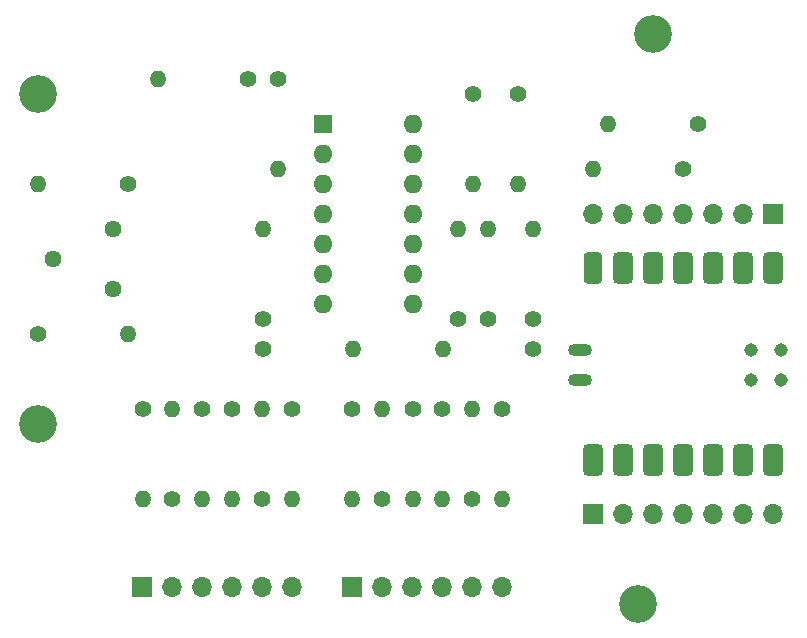
<source format=gbr>
%TF.GenerationSoftware,KiCad,Pcbnew,7.0.7*%
%TF.CreationDate,2024-05-13T13:27:10-04:00*%
%TF.ProjectId,diff-probe-x4-v2,64696666-2d70-4726-9f62-652d78342d76,rev?*%
%TF.SameCoordinates,Original*%
%TF.FileFunction,Soldermask,Top*%
%TF.FilePolarity,Negative*%
%FSLAX46Y46*%
G04 Gerber Fmt 4.6, Leading zero omitted, Abs format (unit mm)*
G04 Created by KiCad (PCBNEW 7.0.7) date 2024-05-13 13:27:10*
%MOMM*%
%LPD*%
G01*
G04 APERTURE LIST*
G04 Aperture macros list*
%AMRoundRect*
0 Rectangle with rounded corners*
0 $1 Rounding radius*
0 $2 $3 $4 $5 $6 $7 $8 $9 X,Y pos of 4 corners*
0 Add a 4 corners polygon primitive as box body*
4,1,4,$2,$3,$4,$5,$6,$7,$8,$9,$2,$3,0*
0 Add four circle primitives for the rounded corners*
1,1,$1+$1,$2,$3*
1,1,$1+$1,$4,$5*
1,1,$1+$1,$6,$7*
1,1,$1+$1,$8,$9*
0 Add four rect primitives between the rounded corners*
20,1,$1+$1,$2,$3,$4,$5,0*
20,1,$1+$1,$4,$5,$6,$7,0*
20,1,$1+$1,$6,$7,$8,$9,0*
20,1,$1+$1,$8,$9,$2,$3,0*%
G04 Aperture macros list end*
%ADD10C,1.400000*%
%ADD11O,1.400000X1.400000*%
%ADD12R,1.700000X1.700000*%
%ADD13O,1.700000X1.700000*%
%ADD14C,3.200000*%
%ADD15R,1.600000X1.600000*%
%ADD16O,1.600000X1.600000*%
%ADD17C,1.440000*%
%ADD18RoundRect,0.425000X-0.425000X0.925000X-0.425000X-0.925000X0.425000X-0.925000X0.425000X0.925000X0*%
%ADD19RoundRect,0.400000X-0.400000X0.950000X-0.400000X-0.950000X0.400000X-0.950000X0.400000X0.950000X0*%
%ADD20O,2.032000X1.016000*%
%ADD21C,1.143000*%
G04 APERTURE END LIST*
D10*
%TO.C,R16*%
X139310000Y-88570000D03*
D11*
X139310000Y-80950000D03*
%TD*%
D10*
%TO.C,R14*%
X121530000Y-88570000D03*
D11*
X121530000Y-80950000D03*
%TD*%
D10*
%TO.C,R25*%
X121590000Y-75870000D03*
D11*
X129210000Y-75870000D03*
%TD*%
D10*
%TO.C,R6*%
X134290000Y-80950000D03*
D11*
X134290000Y-88570000D03*
%TD*%
D10*
%TO.C,R21*%
X144450000Y-75870000D03*
D11*
X136830000Y-75870000D03*
%TD*%
D12*
%TO.C,J1*%
X111370000Y-96070000D03*
D13*
X113910000Y-96070000D03*
X116450000Y-96070000D03*
X118990000Y-96070000D03*
X121530000Y-96070000D03*
X124070000Y-96070000D03*
%TD*%
D10*
%TO.C,R23*%
X143180000Y-54280000D03*
D11*
X143180000Y-61900000D03*
%TD*%
D10*
%TO.C,R18*%
X102540000Y-74600000D03*
D11*
X110160000Y-74600000D03*
%TD*%
D14*
%TO.C,MH1*%
X153340000Y-97460000D03*
%TD*%
D10*
%TO.C,R7*%
X136770000Y-80950000D03*
D11*
X136770000Y-88570000D03*
%TD*%
D10*
%TO.C,R8*%
X141850000Y-80950000D03*
D11*
X141850000Y-88570000D03*
%TD*%
D10*
%TO.C,R5*%
X129150000Y-80950000D03*
D11*
X129150000Y-88570000D03*
%TD*%
D10*
%TO.C,R26*%
X120320000Y-53010000D03*
D11*
X112700000Y-53010000D03*
%TD*%
D10*
%TO.C,R11*%
X138100000Y-73330000D03*
D11*
X138100000Y-65710000D03*
%TD*%
D10*
%TO.C,R4*%
X124070000Y-80950000D03*
D11*
X124070000Y-88570000D03*
%TD*%
D10*
%TO.C,R2*%
X116450000Y-80950000D03*
D11*
X116450000Y-88570000D03*
%TD*%
D10*
%TO.C,R1*%
X111430000Y-80950000D03*
D11*
X111430000Y-88570000D03*
%TD*%
D12*
%TO.C,J2*%
X129150000Y-96070000D03*
D13*
X131690000Y-96070000D03*
X134230000Y-96070000D03*
X136770000Y-96070000D03*
X139310000Y-96070000D03*
X141850000Y-96070000D03*
%TD*%
D12*
%TO.C,J5*%
X164770000Y-64440000D03*
D13*
X162230000Y-64440000D03*
X159690000Y-64440000D03*
X157150000Y-64440000D03*
X154610000Y-64440000D03*
X152070000Y-64440000D03*
X149530000Y-64440000D03*
%TD*%
D10*
%TO.C,R19*%
X158420000Y-56820000D03*
D11*
X150800000Y-56820000D03*
%TD*%
D10*
%TO.C,R20*%
X157150000Y-60630000D03*
D11*
X149530000Y-60630000D03*
%TD*%
D10*
%TO.C,R12*%
X139370000Y-54280000D03*
D11*
X139370000Y-61900000D03*
%TD*%
D14*
%TO.C,MH2*%
X154610000Y-49200000D03*
%TD*%
D10*
%TO.C,R15*%
X131690000Y-88570000D03*
D11*
X131690000Y-80950000D03*
%TD*%
D14*
%TO.C,MH3*%
X102540000Y-82220000D03*
%TD*%
D10*
%TO.C,R17*%
X110160000Y-61900000D03*
D11*
X102540000Y-61900000D03*
%TD*%
D10*
%TO.C,R3*%
X118990000Y-80950000D03*
D11*
X118990000Y-88570000D03*
%TD*%
D10*
%TO.C,R10*%
X121590000Y-73330000D03*
D11*
X121590000Y-65710000D03*
%TD*%
D10*
%TO.C,R9*%
X122860000Y-53010000D03*
D11*
X122860000Y-60630000D03*
%TD*%
D15*
%TO.C,U1*%
X126670000Y-56820000D03*
D16*
X126670000Y-59360000D03*
X126670000Y-61900000D03*
X126670000Y-64440000D03*
X126670000Y-66980000D03*
X126670000Y-69520000D03*
X126670000Y-72060000D03*
X134290000Y-72060000D03*
X134290000Y-69520000D03*
X134290000Y-66980000D03*
X134290000Y-64440000D03*
X134290000Y-61900000D03*
X134290000Y-59360000D03*
X134290000Y-56820000D03*
%TD*%
D14*
%TO.C,MH4*%
X102540000Y-54280000D03*
%TD*%
D10*
%TO.C,R24*%
X140640000Y-73330000D03*
D11*
X140640000Y-65710000D03*
%TD*%
D10*
%TO.C,R22*%
X144450000Y-73330000D03*
D11*
X144450000Y-65710000D03*
%TD*%
D10*
%TO.C,R13*%
X113910000Y-88570000D03*
D11*
X113910000Y-80950000D03*
%TD*%
D12*
%TO.C,J6*%
X149530000Y-89840000D03*
D13*
X152070000Y-89840000D03*
X154610000Y-89840000D03*
X157150000Y-89840000D03*
X159690000Y-89840000D03*
X162230000Y-89840000D03*
X164770000Y-89840000D03*
%TD*%
D17*
%TO.C,RV1*%
X108890000Y-65710000D03*
X103810000Y-68250000D03*
X108890000Y-70790000D03*
%TD*%
D18*
%TO.C,U2*%
X164770000Y-69020000D03*
X162230000Y-69020000D03*
X159690000Y-69020000D03*
X157150000Y-69020000D03*
X154610000Y-69020000D03*
X152070000Y-69020000D03*
D19*
X149530000Y-69020000D03*
D18*
X149530000Y-85260000D03*
X152070000Y-85260000D03*
X154610000Y-85260000D03*
X157150000Y-85260000D03*
X159690000Y-85260000D03*
X162230000Y-85260000D03*
X164770000Y-85260000D03*
D20*
X148452180Y-75950000D03*
X148452180Y-78500000D03*
D21*
X165456367Y-75948803D03*
X165456367Y-78488803D03*
X162916367Y-75948803D03*
X162916367Y-78488803D03*
%TD*%
M02*

</source>
